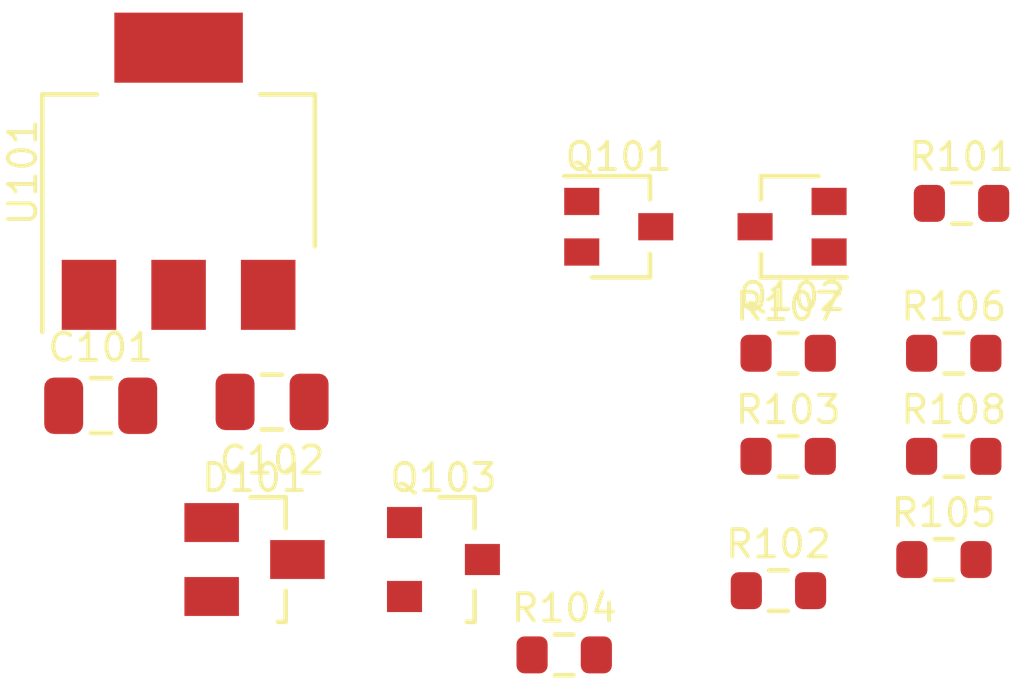
<source format=kicad_pcb>
(kicad_pcb (version 20211014) (generator pcbnew)
  (layers (0 "F.Cu" signal) (31 "B.Cu" signal) (34 "B.Paste" user) (35 "F.Paste" user) (36 "B.SilkS" user "B.Silkscreen") (37 "F.SilkS" user "F.Silkscreen") (38 "B.Mask" user) (39 "F.Mask" user) (44 "Edge.Cuts" user))
  (net 0 "")
  (net 1 "Net-(C101-Pad1)")
  (net 2 "GND")
  (net 3 "3.3V")
  (net 4 "Net-(D101-Pad1)")
  (net 5 "/ESP_POWER_EN")
  (net 6 "Net-(D101-Pad3)")
  (net 7 "/BUTTON_PIN")
  (net 8 "Net-(Q102-Pad3)")
  (net 9 "Net-(Q103-Pad1)")
  (net 10 "BAT+")
  (net 11 "Net-(R103-Pad1)")
  (net 12 "/BATTERY_MEASURE")
  (footprint ".gouach-lib:SOT-323_SC-70_DIODES_INC" (layer "F.Cu") (at 180.15 103.1 180)
    (fp_text reference "Q102" (at 0 -1.8) (layer "F.SilkS") (effects (font (size 0.7 0.7) (thickness 0.1))))
    (fp_text value "Q_BSS123WQ-7-F" hide)
    (fp_line (start 0.8 -1.3) (end 0.8 -0.7) (layer "F.SilkS") (width 0.12))
    (fp_line (start 0.8 -1.3) (end -1.4 -1.3) (layer "F.SilkS") (width 0.12))
    (fp_line (start 0.8 0.7) (end 0.8 1.3) (layer "F.SilkS") (width 0.12))
    (fp_line (start -0.68 1.3) (end 0.8 1.3) (layer "F.SilkS") (width 0.12))
    (pad "1" smd rect (at -0.95 -0.65 90) (size 0.7 0.9) (layers "F.Cu" "F.Paste" "F.Mask") (net 6 "Net-(D101-Pad3)"))
    (pad "2" smd rect (at -0.95 0.65 90) (size 0.7 0.9) (layers "F.Cu" "F.Paste" "F.Mask") (net 2 "GND"))
    (pad "3" smd rect (at 0.95 0 90) (size 0.7 0.9) (layers "F.Cu" "F.Paste" "F.Mask") (net 8 "Net-(Q102-Pad3)"))
  )
  (footprint ".gouach-lib:SOT-23_ONSEMI" (layer "F.Cu") (at 166.35 111.65)
    (fp_text reference "D101" (at 0 -2.1) (layer "F.SilkS") (effects (font (size 0.7 0.7) (thickness 0.1))))
    (fp_text value "D_MMBD1404" hide)
    (fp_line (start 0.8 -1.6) (end 0.8 -0.8) (layer "F.SilkS") (width 0.12))
    (fp_line (start 0.8 0.8) (end 0.8 1.6) (layer "F.SilkS") (width 0.12))
    (fp_line (start 0.8 1.6) (end 0.6 1.6) (layer "F.SilkS") (width 0.12))
    (fp_line (start -0.1 -1.6) (end 0.8 -1.6) (layer "F.SilkS") (width 0.12))
    (pad "1" smd rect (at -1.1005 -0.95) (size 1.4 1) (layers "F.Cu" "F.Paste" "F.Mask") (net 4 "Net-(D101-Pad1)"))
    (pad "2" smd rect (at -1.1005 0.95) (size 1.4 1) (layers "F.Cu" "F.Paste" "F.Mask") (net 5 "/ESP_POWER_EN"))
    (pad "3" smd rect (at 1.1005 0) (size 1.4 1) (layers "F.Cu" "F.Paste" "F.Mask") (net 6 "Net-(D101-Pad3)"))
  )
  (footprint ".gouach-lib:R_0603_1608Metric" (layer "F.Cu") (at 184.3 106.35)
    (fp_text reference "R106" (at 0 -1.2) (layer "F.SilkS") (effects (font (size 0.7 0.7) (thickness 0.1))))
    (fp_text value "R_0603_10k_1%_0.1W" hide)
    (fp_line (start -0.237258 0.5225) (end 0.237258 0.5225) (layer "F.SilkS") (width 0.12))
    (fp_line (start -0.237258 -0.5225) (end 0.237258 -0.5225) (layer "F.SilkS") (width 0.12))
    (pad "1" smd roundrect (at -0.825 0) (size 0.8 0.95) (layers "F.Cu" "F.Paste" "F.Mask") (net 9 "Net-(Q103-Pad1)"))
    (pad "2" smd roundrect (at 0.825 0) (size 0.8 0.95) (layers "F.Cu" "F.Paste" "F.Mask") (net 8 "Net-(Q102-Pad3)"))
  )
  (footprint ".gouach-lib:R_0603_1608Metric" (layer "F.Cu") (at 174.3 114.1)
    (fp_text reference "R104" (at 0 -1.2) (layer "F.SilkS") (effects (font (size 0.7 0.7) (thickness 0.1))))
    (fp_text value "R_0603_100k_1%_0.1W" hide)
    (fp_line (start -0.237258 -0.5225) (end 0.237258 -0.5225) (layer "F.SilkS") (width 0.12))
    (fp_line (start -0.237258 0.5225) (end 0.237258 0.5225) (layer "F.SilkS") (width 0.12))
    (pad "1" smd roundrect (at -0.825 0) (size 0.8 0.95) (layers "F.Cu" "F.Paste" "F.Mask") (net 6 "Net-(D101-Pad3)"))
    (pad "2" smd roundrect (at 0.825 0) (size 0.8 0.95) (layers "F.Cu" "F.Paste" "F.Mask") (net 2 "GND"))
  )
  (footprint ".gouach-lib:C_0805_1608Metric" (layer "F.Cu") (at 162.4 107.7)
    (fp_text reference "C101" (at 0 -1.5) (layer "F.SilkS") (effects (font (size 0.7 0.7) (thickness 0.1))))
    (fp_text value "C_0805_4.7uF_16V_X7R_10%" hide)
    (fp_line (start -0.254 -0.7096) (end 0.268504 -0.7096) (layer "F.SilkS") (width 0.12))
    (fp_line (start -0.254 0.7) (end 0.268504 0.7) (layer "F.SilkS") (width 0.12))
    (pad "1" smd roundrect (at -0.95 0) (size 1 1.45) (layers "F.Cu" "F.Paste" "F.Mask") (net 1 "Net-(C101-Pad1)"))
    (pad "2" smd roundrect (at 0.95 0) (size 1 1.45) (layers "F.Cu" "F.Paste" "F.Mask") (net 2 "GND"))
  )
  (footprint ".gouach-lib:SOT-23-3_DIODES_INCORPORATED" (layer "F.Cu") (at 171.2 111.65)
    (fp_text reference "Q103" (at 0 -2.1) (layer "F.SilkS") (effects (font (size 0.7 0.7) (thickness 0.1))))
    (fp_text value "Q_HSS2P10" hide)
    (fp_line (start 0.8 1.6) (end 0.6 1.6) (layer "F.SilkS") (width 0.12))
    (fp_line (start -0.1 -1.6) (end 0.8 -1.6) (layer "F.SilkS") (width 0.12))
    (fp_line (start 0.8 -1.6) (end 0.8 -0.8) (layer "F.SilkS") (width 0.12))
    (fp_line (start 0.8 0.8) (end 0.8 1.6) (layer "F.SilkS") (width 0.12))
    (pad "1" smd rect (at -1 -0.95) (size 0.9 0.8) (layers "F.Cu" "F.Paste" "F.Mask") (net 9 "Net-(Q103-Pad1)"))
    (pad "2" smd rect (at -1 0.95) (size 0.9 0.8) (layers "F.Cu" "F.Paste" "F.Mask") (net 10 "BAT+"))
    (pad "3" smd rect (at 1 0) (size 0.9 0.8) (layers "F.Cu" "F.Paste" "F.Mask") (net 1 "Net-(C101-Pad1)"))
  )
  (footprint ".gouach-lib:R_0603_1608Metric" (layer "F.Cu") (at 180.05 109)
    (fp_text reference "R103" (at 0 -1.2) (layer "F.SilkS") (effects (font (size 0.7 0.7) (thickness 0.1))))
    (fp_text value "R_0603_100k_1%_0.1W" hide)
    (fp_line (start -0.237258 0.5225) (end 0.237258 0.5225) (layer "F.SilkS") (width 0.12))
    (fp_line (start -0.237258 -0.5225) (end 0.237258 -0.5225) (layer "F.SilkS") (width 0.12))
    (pad "1" smd roundrect (at -0.825 0) (size 0.8 0.95) (layers "F.Cu" "F.Paste" "F.Mask") (net 11 "Net-(R103-Pad1)"))
    (pad "2" smd roundrect (at 0.825 0) (size 0.8 0.95) (layers "F.Cu" "F.Paste" "F.Mask") (net 10 "BAT+"))
  )
  (footprint ".gouach-lib:R_0603_1608Metric" (layer "F.Cu") (at 184.5 102.5)
    (fp_text reference "R101" (at 0 -1.2) (layer "F.SilkS") (effects (font (size 0.7 0.7) (thickness 0.1))))
    (fp_text value "R_0603_100k_1%_0.1W" hide)
    (fp_line (start -0.237258 0.5225) (end 0.237258 0.5225) (layer "F.SilkS") (width 0.12))
    (fp_line (start -0.237258 -0.5225) (end 0.237258 -0.5225) (layer "F.SilkS") (width 0.12))
    (pad "1" smd roundrect (at -0.825 0) (size 0.8 0.95) (layers "F.Cu" "F.Paste" "F.Mask") (net 7 "/BUTTON_PIN"))
    (pad "2" smd roundrect (at 0.825 0) (size 0.8 0.95) (layers "F.Cu" "F.Paste" "F.Mask") (net 3 "3.3V"))
  )
  (footprint ".gouach-lib:R_0603_1608Metric" (layer "F.Cu") (at 184.3 109)
    (fp_text reference "R108" (at 0 -1.2) (layer "F.SilkS") (effects (font (size 0.7 0.7) (thickness 0.1))))
    (fp_text value "R_0603_100k_1%_0.1W" hide)
    (fp_line (start -0.237258 0.5225) (end 0.237258 0.5225) (layer "F.SilkS") (width 0.12))
    (fp_line (start -0.237258 -0.5225) (end 0.237258 -0.5225) (layer "F.SilkS") (width 0.12))
    (pad "1" smd roundrect (at -0.825 0) (size 0.8 0.95) (layers "F.Cu" "F.Paste" "F.Mask") (net 12 "/BATTERY_MEASURE"))
    (pad "2" smd roundrect (at 0.825 0) (size 0.8 0.95) (layers "F.Cu" "F.Paste" "F.Mask") (net 2 "GND"))
  )
  (footprint ".gouach-lib:R_0603_1608Metric" (layer "F.Cu") (at 179.8 112.45)
    (fp_text reference "R102" (at 0 -1.2) (layer "F.SilkS") (effects (font (size 0.7 0.7) (thickness 0.1))))
    (fp_text value "R_0603_100k_1%_0.1W" hide)
    (fp_line (start -0.237258 0.5225) (end 0.237258 0.5225) (layer "F.SilkS") (width 0.12))
    (fp_line (start -0.237258 -0.5225) (end 0.237258 -0.5225) (layer "F.SilkS") (width 0.12))
    (pad "1" smd roundrect (at -0.825 0) (size 0.8 0.95) (layers "F.Cu" "F.Paste" "F.Mask") (net 4 "Net-(D101-Pad1)"))
    (pad "2" smd roundrect (at 0.825 0) (size 0.8 0.95) (layers "F.Cu" "F.Paste" "F.Mask") (net 2 "GND"))
  )
  (footprint ".gouach-lib:R_0603_1608Metric" (layer "F.Cu") (at 184.05 111.65)
    (fp_text reference "R105" (at 0 -1.2) (layer "F.SilkS") (effects (font (size 0.7 0.7) (thickness 0.1))))
    (fp_text value "R_0603_100k_1%_0.1W" hide)
    (fp_line (start -0.237258 -0.5225) (end 0.237258 -0.5225) (layer "F.SilkS") (width 0.12))
    (fp_line (start -0.237258 0.5225) (end 0.237258 0.5225) (layer "F.SilkS") (width 0.12))
    (pad "1" smd roundrect (at -0.825 0) (size 0.8 0.95) (layers "F.Cu" "F.Paste" "F.Mask") (net 10 "BAT+"))
    (pad "2" smd roundrect (at 0.825 0) (size 0.8 0.95) (layers "F.Cu" "F.Paste" "F.Mask") (net 9 "Net-(Q103-Pad1)"))
  )
  (footprint ".gouach-lib:R_0603_1608Metric" (layer "F.Cu") (at 180.05 106.35)
    (fp_text reference "R107" (at 0 -1.2) (layer "F.SilkS") (effects (font (size 0.7 0.7) (thickness 0.1))))
    (fp_text value "R_0603_100k_1%_0.1W" hide)
    (fp_line (start -0.237258 -0.5225) (end 0.237258 -0.5225) (layer "F.SilkS") (width 0.12))
    (fp_line (start -0.237258 0.5225) (end 0.237258 0.5225) (layer "F.SilkS") (width 0.12))
    (pad "1" smd roundrect (at -0.825 0) (size 0.8 0.95) (layers "F.Cu" "F.Paste" "F.Mask") (net 1 "Net-(C101-Pad1)"))
    (pad "2" smd roundrect (at 0.825 0) (size 0.8 0.95) (layers "F.Cu" "F.Paste" "F.Mask") (net 12 "/BATTERY_MEASURE"))
  )
  (footprint ".gouach-lib:SOT-223-3_TABPIN2_DIODES_INC" (layer "F.Cu") (at 164.4 101.7 90)
    (fp_text reference "U101" (at 0 -4 90) (layer "F.SilkS") (effects (font (size 0.7 0.7) (thickness 0.1))))
    (fp_text value "U_AP2114HA-3.3TRG1" hide)
    (fp_line (start 2 3.5) (end 2 2.1) (layer "F.SilkS") (width 0.12))
    (fp_line (start -1.9 3.5) (end 2 3.5) (layer "F.SilkS") (width 0.12))
    (fp_line (start -4.1 -3.5) (end 2 -3.5) (layer "F.SilkS") (width 0.12))
    (fp_line (start 2 -3.5) (end 2 -2.1) (layer "F.SilkS") (width 0.12))
    (pad "1" smd rect (at -3.15 -2.3 90) (size 1.8 1.4) (layers "F.Cu" "F.Paste" "F.Mask") (net 1 "Net-(C101-Pad1)"))
    (pad "2" smd rect (at 3.2 0 90) (size 1.8 3.3) (layers "F.Cu" "F.Paste" "F.Mask") (net 2 "GND"))
    (pad "2" smd rect (at -3.15 0 90) (size 1.8 1.4) (layers "F.Cu" "F.Paste" "F.Mask") (net 2 "GND"))
    (pad "3" smd rect (at -3.15 2.3 90) (size 1.8 1.4) (layers "F.Cu" "F.Paste" "F.Mask") (net 3 "3.3V"))
  )
  (footprint ".gouach-lib:C_0805_1608Metric" (layer "F.Cu") (at 166.8 107.6 180)
    (fp_text reference "C102" (at 0 -1.5) (layer "F.SilkS") (effects (font (size 0.7 0.7) (thickness 0.1))))
    (fp_text value "C_0805_4.7uF_16V_X7R_10%" hide)
    (fp_line (start -0.254 -0.7096) (end 0.268504 -0.7096) (layer "F.SilkS") (width 0.12))
    (fp_line (start -0.254 0.7) (end 0.268504 0.7) (layer "F.SilkS") (width 0.12))
    (pad "1" smd roundrect (at -0.95 0 180) (size 1 1.45) (layers "F.Cu" "F.Paste" "F.Mask") (net 3 "3.3V"))
    (pad "2" smd roundrect (at 0.95 0 180) (size 1 1.45) (layers "F.Cu" "F.Paste" "F.Mask") (net 2 "GND"))
  )
  (footprint ".gouach-lib:SOT-323_SC-70_DIODES_INC" (layer "F.Cu") (at 175.7 103.1)
    (fp_text reference "Q101" (at 0 -1.8) (layer "F.SilkS") (effects (font (size 0.7 0.7) (thickness 0.1))))
    (fp_text value "Q_BSS123WQ-7-F" hide)
    (fp_line (start 0.8 -1.3) (end 0.8 -0.7) (layer "F.SilkS") (width 0.12))
    (fp_line (start -0.68 1.3) (end 0.8 1.3) (layer "F.SilkS") (width 0.12))
    (fp_line (start 0.8 0.7) (end 0.8 1.3) (layer "F.SilkS") (width 0.12))
    (fp_line (start 0.8 -1.3) (end -1.4 -1.3) (layer "F.SilkS") (width 0.12))
    (pad "1" smd rect (at -0.95 -0.65 270) (size 0.7 0.9) (layers "F.Cu" "F.Paste" "F.Mask") (net 4 "Net-(D101-Pad1)"))
    (pad "2" smd rect (at -0.95 0.65 270) (size 0.7 0.9) (layers "F.Cu" "F.Paste" "F.Mask") (net 2 "GND"))
    (pad "3" smd rect (at 0.95 0 270) (size 0.7 0.9) (layers "F.Cu" "F.Paste" "F.Mask") (net 7 "/BUTTON_PIN"))
  )
)
</source>
